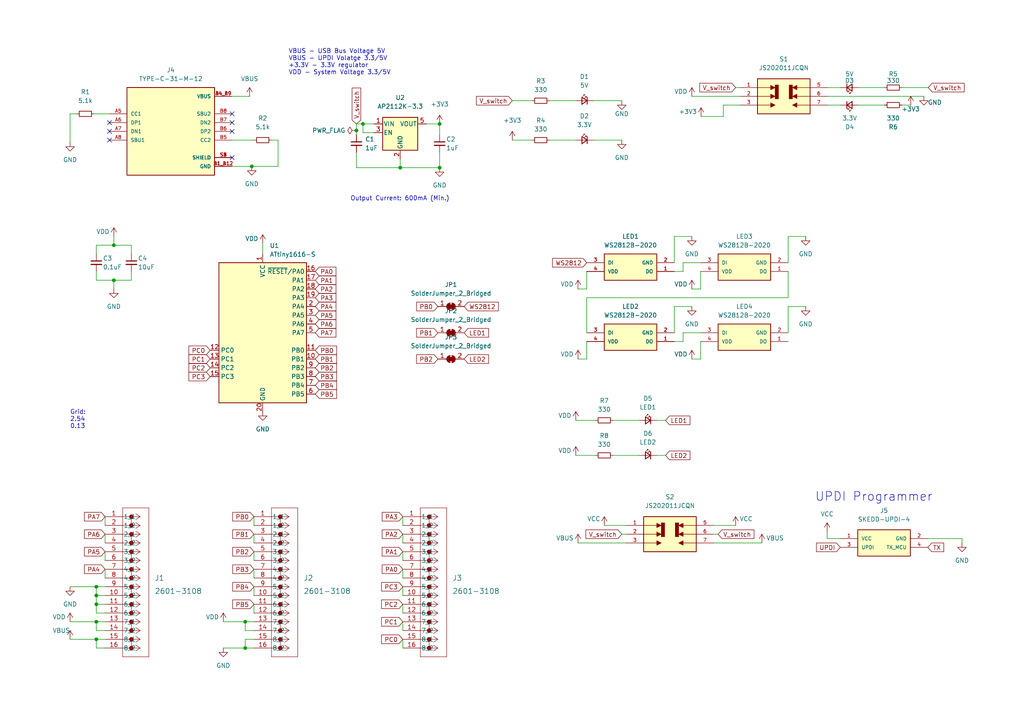
<source format=kicad_sch>
(kicad_sch (version 20211123) (generator eeschema)
  (paper "A4")
  (title_block (title "<<ID>>_<<project_name>>") (date "<<date>>") (rev "<<version>>") (comment 4 "<<hash>>"))
  (lib_symbols
    (symbol "Connector_custom:SKEDD-UPDI-4" (pin_names (offset 1.016))
      (property "Reference" "J" (at -7.62 6.35 0))
      (property "Value" "SKEDD-UPDI-4" (at -7.62 -5.08 0))
      (symbol "SKEDD-UPDI-4_0_0"
        (pin passive line (at -12.7 2.54 0) (length 5.08) (name "VCC") (number "1"))
        (pin passive line (at 12.7 2.54 180) (length 5.08) (name "GND") (number "2"))
        (pin passive line (at -12.7 0 0) (length 5.08) (name "UPDI") (number "3"))
        (pin passive line (at 12.7 0 180) (length 5.08) (name "TX_MCU") (number "4"))
      )
    )
    (symbol "Device:C_Small" (pin_numbers hide) (pin_names (offset 0.254) hide)
      (property "Reference" "C" (at 0.254 1.778 0))
      (property "Value" "C_Small" (at 0.254 -2.032 0))
      (symbol "C_Small_1_1"
        (pin passive line (at 0 2.54 270) (length 2.032) (name "~") (number "1"))
        (pin passive line (at 0 -2.54 90) (length 2.032) (name "~") (number "2"))
      )
    )
    (symbol "Device:LED_Small" (pin_numbers hide) (pin_names (offset 0.254) hide)
      (property "Reference" "D" (at -1.27 3.175 0))
      (property "Value" "LED_Small" (at -4.445 -2.54 0))
      (symbol "LED_Small_1_1"
        (pin passive line (at -2.54 0 0) (length 1.778) (name "K") (number "1"))
        (pin passive line (at 2.54 0 180) (length 1.778) (name "A") (number "2"))
      )
    )
    (symbol "Device:R_Small" (pin_numbers hide) (pin_names (offset 0.254) hide)
      (property "Reference" "R" (at 0.762 0.508 0))
      (property "Value" "R_Small" (at 0.762 -1.016 0))
      (symbol "R_Small_1_1"
        (pin passive line (at 0 2.54 270) (length 0.762) (name "~") (number "1"))
        (pin passive line (at 0 -2.54 90) (length 0.762) (name "~") (number "2"))
      )
    )
    (symbol "Jumper:SolderJumper_2_Bridged" (pin_names (offset 0) hide)
      (property "Reference" "JP" (at 0 2.032 0))
      (property "Value" "SolderJumper_2_Bridged" (at 0 -2.54 0))
      (symbol "SolderJumper_2_Bridged_1_1"
        (pin passive line (at -3.81 0 0) (length 2.54) (name "A") (number "1"))
        (pin passive line (at 3.81 0 180) (length 2.54) (name "B") (number "2"))
      )
    )
    (symbol "MCU_Microchip_ATtiny:ATtiny1616-S"
      (property "Reference" "U" (at -12.7 21.59 0))
      (property "Value" "ATtiny1616-S" (at 2.54 -21.59 0))
      (symbol "ATtiny1616-S_1_1"
        (pin power_in line (at 0 22.86 270) (length 2.54) (name "VCC") (number "1"))
        (pin bidirectional line (at 15.24 -7.62 180) (length 2.54) (name "PB1") (number "10"))
        (pin bidirectional line (at 15.24 -5.08 180) (length 2.54) (name "PB0") (number "11"))
        (pin bidirectional line (at -15.24 -5.08 0) (length 2.54) (name "PC0") (number "12"))
        (pin bidirectional line (at -15.24 -7.62 0) (length 2.54) (name "PC1") (number "13"))
        (pin bidirectional line (at -15.24 -10.16 0) (length 2.54) (name "PC2") (number "14"))
        (pin bidirectional line (at -15.24 -12.7 0) (length 2.54) (name "PC3") (number "15"))
        (pin bidirectional line (at 15.24 17.78 180) (length 2.54) (name "~{RESET}/PA0") (number "16"))
        (pin bidirectional line (at 15.24 15.24 180) (length 2.54) (name "PA1") (number "17"))
        (pin bidirectional line (at 15.24 12.7 180) (length 2.54) (name "PA2") (number "18"))
        (pin bidirectional line (at 15.24 10.16 180) (length 2.54) (name "PA3") (number "19"))
        (pin bidirectional line (at 15.24 7.62 180) (length 2.54) (name "PA4") (number "2"))
        (pin power_in line (at 0 -22.86 90) (length 2.54) (name "GND") (number "20"))
        (pin bidirectional line (at 15.24 5.08 180) (length 2.54) (name "PA5") (number "3"))
        (pin bidirectional line (at 15.24 2.54 180) (length 2.54) (name "PA6") (number "4"))
        (pin bidirectional line (at 15.24 0 180) (length 2.54) (name "PA7") (number "5"))
        (pin bidirectional line (at 15.24 -17.78 180) (length 2.54) (name "PB5") (number "6"))
        (pin bidirectional line (at 15.24 -15.24 180) (length 2.54) (name "PB4") (number "7"))
        (pin bidirectional line (at 15.24 -12.7 180) (length 2.54) (name "PB3") (number "8"))
        (pin bidirectional line (at 15.24 -10.16 180) (length 2.54) (name "PB2") (number "9"))
      )
    )
    (symbol "Regulator_Linear:AP2112K-3.3" (pin_names (offset 0.254))
      (property "Reference" "U" (at -5.08 5.715 0))
      (property "Value" "AP2112K-3.3" (at 0 5.715 0))
      (symbol "AP2112K-3.3_1_1"
        (pin power_in line (at -7.62 2.54 0) (length 2.54) (name "VIN") (number "1"))
        (pin power_in line (at 0 -7.62 90) (length 2.54) (name "GND") (number "2"))
        (pin input line (at -7.62 0 0) (length 2.54) (name "EN") (number "3"))
        (pin no_connect line (at 5.08 0 180) (length 2.54) hide (name "NC") (number "4"))
        (pin power_out line (at 7.62 2.54 180) (length 2.54) (name "VOUT") (number "5"))
      )
    )
    (symbol "Snapeda:2601-3108" (pin_names (offset 0.254))
      (property "Reference" "J" (at 8.89 6.35 0))
      (property "Value" "2601-3108" (at 0 0 0))
      (symbol "2601-3108_1_1"
        (pin unspecified line (at 0 0 0) (length 5.08) (name "1_1") (number "1"))
        (pin unspecified line (at 0 -22.86 0) (length 5.08) (name "5_2") (number "10"))
        (pin unspecified line (at 0 -25.4 0) (length 5.08) (name "6_1") (number "11"))
        (pin unspecified line (at 0 -27.94 0) (length 5.08) (name "6_2") (number "12"))
        (pin unspecified line (at 0 -30.48 0) (length 5.08) (name "7_1") (number "13"))
        (pin unspecified line (at 0 -33.02 0) (length 5.08) (name "7_2") (number "14"))
        (pin unspecified line (at 0 -35.56 0) (length 5.08) (name "8_1") (number "15"))
        (pin unspecified line (at 0 -38.1 0) (length 5.08) (name "8_2") (number "16"))
        (pin unspecified line (at 0 -2.54 0) (length 5.08) (name "1_2") (number "2"))
        (pin unspecified line (at 0 -5.08 0) (length 5.08) (name "2_1") (number "3"))
        (pin unspecified line (at 0 -7.62 0) (length 5.08) (name "2_2") (number "4"))
        (pin unspecified line (at 0 -10.16 0) (length 5.08) (name "3_1") (number "5"))
        (pin unspecified line (at 0 -12.7 0) (length 5.08) (name "3_2") (number "6"))
        (pin unspecified line (at 0 -15.24 0) (length 5.08) (name "4_1") (number "7"))
        (pin unspecified line (at 0 -17.78 0) (length 5.08) (name "4_2") (number "8"))
        (pin unspecified line (at 0 -20.32 0) (length 5.08) (name "5_1") (number "9"))
      )
      (symbol "2601-3108_1_2"
        (pin unspecified line (at 0 0 0) (length 5.08) (name "1_1") (number "1"))
        (pin unspecified line (at 0 -22.86 0) (length 5.08) (name "5_2") (number "10"))
        (pin unspecified line (at 0 -25.4 0) (length 5.08) (name "6_1") (number "11"))
        (pin unspecified line (at 0 -27.94 0) (length 5.08) (name "6_2") (number "12"))
        (pin unspecified line (at 0 -30.48 0) (length 5.08) (name "7_1") (number "13"))
        (pin unspecified line (at 0 -33.02 0) (length 5.08) (name "7_2") (number "14"))
        (pin unspecified line (at 0 -35.56 0) (length 5.08) (name "8_1") (number "15"))
        (pin unspecified line (at 0 -38.1 0) (length 5.08) (name "8_2") (number "16"))
        (pin unspecified line (at 0 -2.54 0) (length 5.08) (name "1_2") (number "2"))
        (pin unspecified line (at 0 -5.08 0) (length 5.08) (name "2_1") (number "3"))
        (pin unspecified line (at 0 -7.62 0) (length 5.08) (name "2_2") (number "4"))
        (pin unspecified line (at 0 -10.16 0) (length 5.08) (name "3_1") (number "5"))
        (pin unspecified line (at 0 -12.7 0) (length 5.08) (name "3_2") (number "6"))
        (pin unspecified line (at 0 -15.24 0) (length 5.08) (name "4_1") (number "7"))
        (pin unspecified line (at 0 -17.78 0) (length 5.08) (name "4_2") (number "8"))
        (pin unspecified line (at 0 -20.32 0) (length 5.08) (name "5_1") (number "9"))
      )
    )
    (symbol "Snapeda:JS202011JCQN" (pin_names (offset 1.016))
      (property "Reference" "S" (at -7.62 6.35 0))
      (property "Value" "JS202011JCQN" (at -7.62 -6.35 0))
      (symbol "JS202011JCQN_0_0"
        (pin passive line (at -12.7 2.54 0) (length 5.08) (name "~") (number "1"))
        (pin passive line (at -12.7 0 0) (length 5.08) (name "~") (number "2"))
        (pin passive line (at -12.7 -2.54 0) (length 5.08) (name "~") (number "3"))
        (pin passive line (at 12.7 2.54 180) (length 5.08) (name "~") (number "5"))
        (pin passive line (at 12.7 0 180) (length 5.08) (name "~") (number "6"))
        (pin passive line (at 12.7 -2.54 180) (length 5.08) (name "~") (number "7"))
      )
    )
    (symbol "Snapeda:TYPE-C-31-M-12" (pin_names (offset 1.016))
      (property "Reference" "J" (at -12.7 13.462 0))
      (property "Value" "TYPE-C-31-M-12" (at -12.7 -13.462 0))
      (symbol "TYPE-C-31-M-12_0_0"
        (pin power_in line (at 17.78 -10.16 180) (length 5.08) (name "GND") (number "A1_B12"))
        (pin power_in line (at 17.78 10.16 180) (length 5.08) (name "VBUS") (number "A4_B9"))
        (pin bidirectional line (at -17.78 5.08 0) (length 5.08) (name "CC1") (number "A5"))
        (pin bidirectional line (at -17.78 2.54 0) (length 5.08) (name "DP1") (number "A6"))
        (pin bidirectional line (at -17.78 0 0) (length 5.08) (name "DN1") (number "A7"))
        (pin bidirectional line (at -17.78 -2.54 0) (length 5.08) (name "SBU1") (number "A8"))
        (pin power_in line (at 17.78 -10.16 180) (length 5.08) (name "GND") (number "B1_A12"))
        (pin power_in line (at 17.78 10.16 180) (length 5.08) (name "VBUS") (number "B4_A9"))
        (pin bidirectional line (at 17.78 -2.54 180) (length 5.08) (name "CC2") (number "B5"))
        (pin bidirectional line (at 17.78 0 180) (length 5.08) (name "DP2") (number "B6"))
        (pin bidirectional line (at 17.78 2.54 180) (length 5.08) (name "DN2") (number "B7"))
        (pin bidirectional line (at 17.78 5.08 180) (length 5.08) (name "SBU2") (number "B8"))
        (pin passive line (at 17.78 -7.62 180) (length 5.08) (name "SHIELD") (number "S1"))
        (pin passive line (at 17.78 -7.62 180) (length 5.08) (name "SHIELD") (number "S2"))
        (pin passive line (at 17.78 -7.62 180) (length 5.08) (name "SHIELD") (number "S3"))
        (pin passive line (at 17.78 -7.62 180) (length 5.08) (name "SHIELD") (number "S4"))
      )
    )
    (symbol "Snapeda:WS2812B-2020" (pin_names (offset 1.016))
      (property "Reference" "LED" (at 21.59 7.62 0))
      (property "Value" "WS2812B-2020" (at 21.59 5.08 0))
      (symbol "WS2812B-2020_0_0"
        (pin bidirectional line (at 25.4 -2.54 180) (length 5.08) (name "DO") (number "1"))
        (pin bidirectional line (at 25.4 0 180) (length 5.08) (name "GND") (number "2"))
        (pin bidirectional line (at 0 0 0) (length 5.08) (name "DI") (number "3"))
        (pin bidirectional line (at 0 -2.54 0) (length 5.08) (name "VDD") (number "4"))
      )
    )
    (symbol "WS2812B-2020_1" (pin_names (offset 1.016))
      (property "Reference" "LED" (at 21.59 7.62 0))
      (property "Value" "WS2812B-2020_1" (at 21.59 5.08 0))
      (symbol "WS2812B-2020_1_0_0"
        (pin bidirectional line (at 25.4 -2.54 180) (length 5.08) (name "DO") (number "1"))
        (pin bidirectional line (at 25.4 0 180) (length 5.08) (name "GND") (number "2"))
        (pin bidirectional line (at 0 0 0) (length 5.08) (name "DI") (number "3"))
        (pin bidirectional line (at 0 -2.54 0) (length 5.08) (name "VDD") (number "4"))
      )
    )
    (symbol "WS2812B-2020_2" (pin_names (offset 1.016))
      (property "Reference" "LED" (at 21.59 7.62 0))
      (property "Value" "WS2812B-2020_2" (at 21.59 5.08 0))
      (symbol "WS2812B-2020_2_0_0"
        (pin bidirectional line (at 25.4 -2.54 180) (length 5.08) (name "DO") (number "1"))
        (pin bidirectional line (at 25.4 0 180) (length 5.08) (name "GND") (number "2"))
        (pin bidirectional line (at 0 0 0) (length 5.08) (name "DI") (number "3"))
        (pin bidirectional line (at 0 -2.54 0) (length 5.08) (name "VDD") (number "4"))
      )
    )
    (symbol "WS2812B-2020_3" (pin_names (offset 1.016))
      (property "Reference" "LED" (at 21.59 7.62 0))
      (property "Value" "WS2812B-2020_3" (at 21.59 5.08 0))
      (symbol "WS2812B-2020_3_0_0"
        (pin bidirectional line (at 25.4 -2.54 180) (length 5.08) (name "DO") (number "1"))
        (pin bidirectional line (at 25.4 0 180) (length 5.08) (name "GND") (number "2"))
        (pin bidirectional line (at 0 0 0) (length 5.08) (name "DI") (number "3"))
        (pin bidirectional line (at 0 -2.54 0) (length 5.08) (name "VDD") (number "4"))
      )
    )
    (symbol "power:+3V3" (power) (pin_names (offset 0))
      (property "Value" "+3V3" (at 0 3.556 0))
      (symbol "+3V3_1_1"
        (pin power_in line (at 0 0 90) (length 0) hide (name "+3V3") (number "1"))
      )
    )
    (symbol "power:GND" (power) (pin_names (offset 0))
      (property "Value" "GND" (at 0 -3.81 0))
      (symbol "GND_1_1"
        (pin power_in line (at 0 0 270) (length 0) hide (name "GND") (number "1"))
      )
    )
    (symbol "power:PWR_FLAG" (power) (pin_numbers hide) (pin_names (offset 0) hide)
      (property "Value" "PWR_FLAG" (at 0 3.81 0))
      (symbol "PWR_FLAG_0_0"
        (pin power_out line (at 0 0 90) (length 0) (name "pwr") (number "1"))
      )
    )
    (symbol "power:VBUS" (power) (pin_names (offset 0))
      (property "Value" "VBUS" (at 0 3.81 0))
      (symbol "VBUS_1_1"
        (pin power_in line (at 0 0 90) (length 0) hide (name "VBUS") (number "1"))
      )
    )
    (symbol "power:VCC" (power) (pin_names (offset 0))
      (property "Value" "VCC" (at 0 3.81 0))
      (symbol "VCC_1_1"
        (pin power_in line (at 0 0 90) (length 0) hide (name "VCC") (number "1"))
      )
    )
    (symbol "power:VDD" (power) (pin_names (offset 0))
      (property "Value" "VDD" (at 0 3.81 0))
      (symbol "VDD_1_1"
        (pin power_in line (at 0 0 90) (length 0) hide (name "VDD") (number "1"))
      )
    )
  )
  (junction (at 71.12 180.34))
  (junction (at 27.94 170.18))
  (junction (at 27.94 172.72))
  (junction (at 33.02 71.12))
  (junction (at 103.378 37.846))
  (junction (at 27.94 185.42))
  (junction (at 27.94 175.26))
  (junction (at 127.508 48.641))
  (junction (at 116.078 48.641))
  (junction (at 105.283 35.941))
  (junction (at 33.02 81.28))
  (junction (at 127.508 35.941))
  (junction (at 27.94 180.34))
  (junction (at 71.12 187.96))
  (junction (at 73.025 48.26))
  (no_connect (at 67.31 45.72))
  (no_connect (at 31.75 35.56))
  (no_connect (at 31.75 40.64))
  (no_connect (at 67.31 35.56))
  (no_connect (at 31.75 38.1))
  (no_connect (at 67.31 38.1))
  (no_connect (at 67.31 33.02))
  (wire (pts (xy 170.18 104.14) (xy 170.18 99.06)))
  (wire (pts (xy 167.005 121.92) (xy 172.72 121.92)))
  (wire (pts (xy 116.84 185.42) (xy 116.84 187.96)))
  (wire (pts (xy 148.59 40.64) (xy 154.305 40.64)))
  (wire (pts (xy 207.01 152.4) (xy 213.36 152.4)))
  (wire (pts (xy 20.32 170.18) (xy 27.94 170.18)))
  (wire (pts (xy 71.12 180.34) (xy 73.66 180.34)))
  (wire (pts (xy 198.12 99.06) (xy 198.12 96.52)))
  (wire (pts (xy 33.02 83.82) (xy 33.02 81.28)))
  (wire (pts (xy 27.94 175.26) (xy 27.94 177.8)))
  (wire (pts (xy 209.804 30.48) (xy 209.804 33.782)))
  (wire (pts (xy 208.28 154.94) (xy 207.01 154.94)))
  (wire (pts (xy 71.12 182.88) (xy 71.12 180.34)))
  (wire (pts (xy 73.66 175.26) (xy 73.66 177.8)))
  (wire (pts (xy 214.63 30.48) (xy 209.804 30.48)))
  (wire (pts (xy 80.645 40.64) (xy 80.645 48.26)))
  (wire (pts (xy 33.02 71.12) (xy 33.02 68.58)))
  (wire (pts (xy 200.66 68.58) (xy 195.58 68.58)))
  (wire (pts (xy 38.1 78.74) (xy 38.1 81.28)))
  (wire (pts (xy 67.31 40.64) (xy 73.66 40.64)))
  (wire (pts (xy 228.6 86.36) (xy 170.18 86.36)))
  (wire (pts (xy 80.645 48.26) (xy 73.025 48.26)))
  (wire (pts (xy 159.385 40.64) (xy 167.005 40.64)))
  (wire (pts (xy 103.378 35.941) (xy 105.283 35.941)))
  (wire (pts (xy 20.32 180.34) (xy 27.94 180.34)))
  (wire (pts (xy 200.66 104.14) (xy 203.2 104.14)))
  (wire (pts (xy 27.94 73.66) (xy 27.94 71.12)))
  (wire (pts (xy 248.92 25.4) (xy 256.54 25.4)))
  (wire (pts (xy 116.84 165.1) (xy 116.84 167.64)))
  (wire (pts (xy 67.31 27.94) (xy 72.39 27.94)))
  (wire (pts (xy 180.34 154.94) (xy 181.61 154.94)))
  (wire (pts (xy 198.12 78.74) (xy 198.12 76.2)))
  (wire (pts (xy 27.94 71.12) (xy 33.02 71.12)))
  (wire (pts (xy 233.68 88.9) (xy 228.6 88.9)))
  (wire (pts (xy 172.085 29.21) (xy 180.34 29.21)))
  (wire (pts (xy 116.84 149.86) (xy 116.84 152.4)))
  (wire (pts (xy 33.02 81.28) (xy 27.94 81.28)))
  (wire (pts (xy 195.58 88.9) (xy 195.58 96.52)))
  (wire (pts (xy 64.77 180.34) (xy 71.12 180.34)))
  (wire (pts (xy 73.66 170.18) (xy 73.66 172.72)))
  (wire (pts (xy 38.1 73.66) (xy 38.1 71.12)))
  (wire (pts (xy 116.078 48.641) (xy 127.508 48.641)))
  (wire (pts (xy 108.458 38.481) (xy 105.283 38.481)))
  (wire (pts (xy 73.66 165.1) (xy 73.66 167.64)))
  (wire (pts (xy 116.078 46.101) (xy 116.078 48.641)))
  (wire (pts (xy 27.94 182.88) (xy 27.94 180.34)))
  (wire (pts (xy 103.378 35.941) (xy 103.378 37.846)))
  (wire (pts (xy 167.64 104.14) (xy 170.18 104.14)))
  (wire (pts (xy 181.61 152.4) (xy 175.26 152.4)))
  (wire (pts (xy 76.2 70.612) (xy 76.2 73.66)))
  (wire (pts (xy 200.66 27.94) (xy 214.63 27.94)))
  (wire (pts (xy 30.48 187.96) (xy 27.94 187.96)))
  (wire (pts (xy 116.84 175.26) (xy 116.84 177.8)))
  (wire (pts (xy 170.18 86.36) (xy 170.18 96.52)))
  (wire (pts (xy 73.66 154.94) (xy 73.66 157.48)))
  (wire (pts (xy 248.92 30.48) (xy 256.54 30.48)))
  (wire (pts (xy 167.64 83.82) (xy 170.18 83.82)))
  (wire (pts (xy 228.6 88.9) (xy 228.6 96.52)))
  (wire (pts (xy 127.508 35.941) (xy 127.508 39.116)))
  (wire (pts (xy 27.94 185.42) (xy 30.48 185.42)))
  (wire (pts (xy 30.48 154.94) (xy 30.48 157.48)))
  (wire (pts (xy 30.48 170.18) (xy 27.94 170.18)))
  (wire (pts (xy 116.84 180.34) (xy 116.84 182.88)))
  (wire (pts (xy 200.66 88.9) (xy 195.58 88.9)))
  (wire (pts (xy 27.94 187.96) (xy 27.94 185.42)))
  (wire (pts (xy 214.63 25.4) (xy 213.36 25.4)))
  (wire (pts (xy 30.48 165.1) (xy 30.48 167.64)))
  (wire (pts (xy 127.508 44.196) (xy 127.508 48.641)))
  (wire (pts (xy 203.2 83.82) (xy 203.2 78.74)))
  (wire (pts (xy 105.283 35.941) (xy 108.458 35.941)))
  (wire (pts (xy 27.94 170.18) (xy 27.94 172.72)))
  (wire (pts (xy 220.98 157.48) (xy 207.01 157.48)))
  (wire (pts (xy 103.378 44.196) (xy 103.378 48.641)))
  (wire (pts (xy 30.48 175.26) (xy 27.94 175.26)))
  (wire (pts (xy 27.94 177.8) (xy 30.48 177.8)))
  (wire (pts (xy 279.019 156.21) (xy 269.113 156.21)))
  (wire (pts (xy 73.025 48.26) (xy 67.31 48.26)))
  (wire (pts (xy 177.8 132.08) (xy 185.42 132.08)))
  (wire (pts (xy 64.77 187.96) (xy 71.12 187.96)))
  (wire (pts (xy 116.84 170.18) (xy 116.84 172.72)))
  (wire (pts (xy 30.48 149.86) (xy 30.48 152.4)))
  (wire (pts (xy 279.019 157.48) (xy 279.019 156.21)))
  (wire (pts (xy 27.94 81.28) (xy 27.94 78.74)))
  (wire (pts (xy 116.84 154.94) (xy 116.84 157.48)))
  (wire (pts (xy 261.62 25.4) (xy 269.24 25.4)))
  (wire (pts (xy 73.66 185.42) (xy 71.12 185.42)))
  (wire (pts (xy 172.085 40.64) (xy 180.34 40.64)))
  (wire (pts (xy 27.94 172.72) (xy 27.94 175.26)))
  (wire (pts (xy 167.64 157.48) (xy 181.61 157.48)))
  (wire (pts (xy 195.58 68.58) (xy 195.58 76.2)))
  (wire (pts (xy 33.02 81.28) (xy 38.1 81.28)))
  (wire (pts (xy 190.5 121.92) (xy 193.04 121.92)))
  (wire (pts (xy 198.12 96.52) (xy 203.2 96.52)))
  (wire (pts (xy 103.378 37.846) (xy 103.378 39.116)))
  (wire (pts (xy 27.305 33.02) (xy 31.75 33.02)))
  (wire (pts (xy 159.385 29.21) (xy 167.005 29.21)))
  (wire (pts (xy 30.48 180.34) (xy 27.94 180.34)))
  (wire (pts (xy 116.84 160.02) (xy 116.84 162.56)))
  (wire (pts (xy 167.005 132.08) (xy 172.72 132.08)))
  (wire (pts (xy 103.378 48.641) (xy 116.078 48.641)))
  (wire (pts (xy 170.18 83.82) (xy 170.18 78.74)))
  (wire (pts (xy 203.2 104.14) (xy 203.2 99.06)))
  (wire (pts (xy 73.66 160.02) (xy 73.66 162.56)))
  (wire (pts (xy 30.48 160.02) (xy 30.48 162.56)))
  (wire (pts (xy 71.12 187.96) (xy 73.66 187.96)))
  (wire (pts (xy 33.02 71.12) (xy 38.1 71.12)))
  (wire (pts (xy 20.32 185.42) (xy 27.94 185.42)))
  (wire (pts (xy 228.6 68.58) (xy 228.6 76.2)))
  (wire (pts (xy 71.12 185.42) (xy 71.12 187.96)))
  (wire (pts (xy 73.66 182.88) (xy 71.12 182.88)))
  (wire (pts (xy 78.74 40.64) (xy 80.645 40.64)))
  (wire (pts (xy 240.03 30.48) (xy 243.84 30.48)))
  (wire (pts (xy 123.698 35.941) (xy 127.508 35.941)))
  (wire (pts (xy 198.12 76.2) (xy 203.2 76.2)))
  (wire (pts (xy 20.32 33.02) (xy 22.225 33.02)))
  (wire (pts (xy 195.58 78.74) (xy 198.12 78.74)))
  (wire (pts (xy 239.903 156.21) (xy 243.713 156.21)))
  (wire (pts (xy 195.58 99.06) (xy 198.12 99.06)))
  (wire (pts (xy 261.62 30.48) (xy 264.16 30.48)))
  (wire (pts (xy 148.59 29.21) (xy 154.305 29.21)))
  (wire (pts (xy 233.68 68.58) (xy 228.6 68.58)))
  (wire (pts (xy 73.66 149.86) (xy 73.66 152.4)))
  (wire (pts (xy 177.8 121.92) (xy 185.42 121.92)))
  (wire (pts (xy 190.5 132.08) (xy 193.04 132.08)))
  (wire (pts (xy 240.03 27.94) (xy 267.97 27.94)))
  (wire (pts (xy 200.66 83.82) (xy 203.2 83.82)))
  (wire (pts (xy 228.6 78.74) (xy 228.6 86.36)))
  (wire (pts (xy 20.32 41.275) (xy 20.32 33.02)))
  (wire (pts (xy 30.48 172.72) (xy 27.94 172.72)))
  (wire (pts (xy 239.903 154.178) (xy 239.903 156.21)))
  (wire (pts (xy 209.804 33.782) (xy 203.327 33.782)))
  (wire (pts (xy 105.283 38.481) (xy 105.283 35.941)))
  (wire (pts (xy 30.48 182.88) (xy 27.94 182.88)))
  (wire (pts (xy 240.03 25.4) (xy 243.84 25.4)))
  (text "VBUS - USB Bus Voltage 5V\nVBUS - UPDI Volatge 3.3/5V\n+3.3V - 3.3V regulator\nVDD - System Voltage 3.3/5V" (at 83.693 21.844 0) (effects (font (size 1.27 1.27)) (justify left bottom)))
  (text "Output Current: 600mA (Min.)" (at 101.6 58.42 0) (effects (font (size 1.27 1.27)) (justify left bottom)))
  (text "Grid:\n2.54\n0.13" (at 20.32 124.46 0) (effects (font (size 1.27 1.27)) (justify left bottom)))
  (text "UPDI Programmer" (at 236.347 145.669 0) (effects (font (size 2.54 2.54)) (justify left bottom)))
  (global_label "PA2" (shape input) (at 116.84 154.94 180) (property "Referenzen zwischen Schaltplänen" "${INTERSHEET_REFS}" (effects hide)))
  (global_label "PA4" (shape input) (at 30.48 165.1 180) (property "Referenzen zwischen Schaltplänen" "${INTERSHEET_REFS}" (effects hide)))
  (global_label "LED1" (shape input) (at 134.62 96.52 0) (property "Referenzen zwischen Schaltplänen" "${INTERSHEET_REFS}" (effects hide)))
  (global_label "PB3" (shape input) (at 91.44 109.22 0) (property "Referenzen zwischen Schaltplänen" "${INTERSHEET_REFS}" (effects hide)))
  (global_label "PC1" (shape input) (at 60.96 104.14 180) (property "Referenzen zwischen Schaltplänen" "${INTERSHEET_REFS}" (effects hide)))
  (global_label "PC0" (shape input) (at 116.84 185.42 180) (property "Referenzen zwischen Schaltplänen" "${INTERSHEET_REFS}" (effects hide)))
  (global_label "V_switch" (shape input) (at 180.34 154.94 180) (property "Referenzen zwischen Schaltplänen" "${INTERSHEET_REFS}" (effects hide)))
  (global_label "PA3" (shape input) (at 91.44 86.36 0) (property "Referenzen zwischen Schaltplänen" "${INTERSHEET_REFS}" (effects hide)))
  (global_label "PB5" (shape input) (at 73.66 175.26 180) (property "Referenzen zwischen Schaltplänen" "${INTERSHEET_REFS}" (effects hide)))
  (global_label "WS2812" (shape input) (at 134.62 88.9 0) (property "Referenzen zwischen Schaltplänen" "${INTERSHEET_REFS}" (effects hide)))
  (global_label "PA7" (shape input) (at 91.44 96.52 0) (property "Referenzen zwischen Schaltplänen" "${INTERSHEET_REFS}" (effects hide)))
  (global_label "PC3" (shape input) (at 60.96 109.22 180) (property "Referenzen zwischen Schaltplänen" "${INTERSHEET_REFS}" (effects hide)))
  (global_label "PA0" (shape input) (at 116.84 165.1 180) (property "Referenzen zwischen Schaltplänen" "${INTERSHEET_REFS}" (effects hide)))
  (global_label "PA1" (shape input) (at 116.84 160.02 180) (property "Referenzen zwischen Schaltplänen" "${INTERSHEET_REFS}" (effects hide)))
  (global_label "PB0" (shape input) (at 127 88.9 180) (property "Referenzen zwischen Schaltplänen" "${INTERSHEET_REFS}" (effects hide)))
  (global_label "PB4" (shape input) (at 91.44 111.76 0) (property "Referenzen zwischen Schaltplänen" "${INTERSHEET_REFS}" (effects hide)))
  (global_label "PA6" (shape input) (at 30.48 154.94 180) (property "Referenzen zwischen Schaltplänen" "${INTERSHEET_REFS}" (effects hide)))
  (global_label "PA1" (shape input) (at 91.44 81.28 0) (property "Referenzen zwischen Schaltplänen" "${INTERSHEET_REFS}" (effects hide)))
  (global_label "PA2" (shape input) (at 91.44 83.82 0) (property "Referenzen zwischen Schaltplänen" "${INTERSHEET_REFS}" (effects hide)))
  (global_label "PB1" (shape input) (at 91.44 104.14 0) (property "Referenzen zwischen Schaltplänen" "${INTERSHEET_REFS}" (effects hide)))
  (global_label "PC0" (shape input) (at 60.96 101.6 180) (property "Referenzen zwischen Schaltplänen" "${INTERSHEET_REFS}" (effects hide)))
  (global_label "PA0" (shape input) (at 91.44 78.74 0) (property "Referenzen zwischen Schaltplänen" "${INTERSHEET_REFS}" (effects hide)))
  (global_label "PC2" (shape input) (at 60.96 106.68 180) (property "Referenzen zwischen Schaltplänen" "${INTERSHEET_REFS}" (effects hide)))
  (global_label "PA5" (shape input) (at 91.44 91.44 0) (property "Referenzen zwischen Schaltplänen" "${INTERSHEET_REFS}" (effects hide)))
  (global_label "PB1" (shape input) (at 127 96.52 180) (property "Referenzen zwischen Schaltplänen" "${INTERSHEET_REFS}" (effects hide)))
  (global_label "PC2" (shape input) (at 116.84 175.26 180) (property "Referenzen zwischen Schaltplänen" "${INTERSHEET_REFS}" (effects hide)))
  (global_label "PC1" (shape input) (at 116.84 180.34 180) (property "Referenzen zwischen Schaltplänen" "${INTERSHEET_REFS}" (effects hide)))
  (global_label "PA5" (shape input) (at 30.48 160.02 180) (property "Referenzen zwischen Schaltplänen" "${INTERSHEET_REFS}" (effects hide)))
  (global_label "PB0" (shape input) (at 73.66 149.86 180) (property "Referenzen zwischen Schaltplänen" "${INTERSHEET_REFS}" (effects hide)))
  (global_label "LED2" (shape input) (at 134.62 104.14 0) (property "Referenzen zwischen Schaltplänen" "${INTERSHEET_REFS}" (effects hide)))
  (global_label "V_switch" (shape input) (at 213.36 25.4 180) (property "Referenzen zwischen Schaltplänen" "${INTERSHEET_REFS}" (effects hide)))
  (global_label "UPDI" (shape input) (at 243.713 158.75 180) (property "Referenzen zwischen Schaltplänen" "${INTERSHEET_REFS}" (effects hide)))
  (global_label "PC3" (shape input) (at 116.84 170.18 180) (property "Referenzen zwischen Schaltplänen" "${INTERSHEET_REFS}" (effects hide)))
  (global_label "V_switch" (shape input) (at 103.378 35.941 90) (property "Referenzen zwischen Schaltplänen" "${INTERSHEET_REFS}" (effects hide)))
  (global_label "PB4" (shape input) (at 73.66 170.18 180) (property "Referenzen zwischen Schaltplänen" "${INTERSHEET_REFS}" (effects hide)))
  (global_label "PA7" (shape input) (at 30.48 149.86 180) (property "Referenzen zwischen Schaltplänen" "${INTERSHEET_REFS}" (effects hide)))
  (global_label "LED1" (shape input) (at 193.04 121.92 0) (property "Referenzen zwischen Schaltplänen" "${INTERSHEET_REFS}" (effects hide)))
  (global_label "V_switch" (shape input) (at 208.28 154.94 0) (property "Referenzen zwischen Schaltplänen" "${INTERSHEET_REFS}" (effects hide)))
  (global_label "PB2" (shape input) (at 73.66 160.02 180) (property "Referenzen zwischen Schaltplänen" "${INTERSHEET_REFS}" (effects hide)))
  (global_label "V_switch" (shape input) (at 148.59 29.21 180) (property "Referenzen zwischen Schaltplänen" "${INTERSHEET_REFS}" (effects hide)))
  (global_label "PB5" (shape input) (at 91.44 114.3 0) (property "Referenzen zwischen Schaltplänen" "${INTERSHEET_REFS}" (effects hide)))
  (global_label "WS2812" (shape input) (at 170.18 76.2 180) (property "Referenzen zwischen Schaltplänen" "${INTERSHEET_REFS}" (effects hide)))
  (global_label "PA4" (shape input) (at 91.44 88.9 0) (property "Referenzen zwischen Schaltplänen" "${INTERSHEET_REFS}" (effects hide)))
  (global_label "PB2" (shape input) (at 127 104.14 180) (property "Referenzen zwischen Schaltplänen" "${INTERSHEET_REFS}" (effects hide)))
  (global_label "LED2" (shape input) (at 193.04 132.08 0) (property "Referenzen zwischen Schaltplänen" "${INTERSHEET_REFS}" (effects hide)))
  (global_label "PA6" (shape input) (at 91.44 93.98 0) (property "Referenzen zwischen Schaltplänen" "${INTERSHEET_REFS}" (effects hide)))
  (global_label "PB0" (shape input) (at 91.44 101.6 0) (property "Referenzen zwischen Schaltplänen" "${INTERSHEET_REFS}" (effects hide)))
  (global_label "PB2" (shape input) (at 91.44 106.68 0) (property "Referenzen zwischen Schaltplänen" "${INTERSHEET_REFS}" (effects hide)))
  (global_label "PB1" (shape input) (at 73.66 154.94 180) (property "Referenzen zwischen Schaltplänen" "${INTERSHEET_REFS}" (effects hide)))
  (global_label "PA3" (shape input) (at 116.84 149.86 180) (property "Referenzen zwischen Schaltplänen" "${INTERSHEET_REFS}" (effects hide)))
  (global_label "TX" (shape input) (at 269.113 158.75 0) (property "Referenzen zwischen Schaltplänen" "${INTERSHEET_REFS}" (effects hide)))
  (global_label "PB3" (shape input) (at 73.66 165.1 180) (property "Referenzen zwischen Schaltplänen" "${INTERSHEET_REFS}" (effects hide)))
  (global_label "V_switch" (shape input) (at 269.24 25.4 0) (property "Referenzen zwischen Schaltplänen" "${INTERSHEET_REFS}" (effects hide)))
  (symbol (lib_id "Snapeda:2601-3108") (at 73.66 149.86 0) (unit 1)
    (property "Reference" "J2" (at 88.011 167.64 0) (effects (font (size 1.524 1.524)) (justify left)))
    (property "Value" "2601-3108" (at 88.011 171.45 0) (effects (font (size 1.524 1.524)) (justify left)))
    (property "Footprint" "Snapeda:CONN8_2601-3108_WAG" (effects hide))
    (property "Datasheet" "2601-3108" (effects hide))
  )
  (symbol (lib_id "Snapeda:2601-3108") (at 30.48 149.86 0) (unit 1)
    (property "Reference" "J1" (at 44.831 167.64 0) (effects (font (size 1.524 1.524)) (justify left)))
    (property "Value" "2601-3108" (at 44.831 171.45 0) (effects (font (size 1.524 1.524)) (justify left)))
    (property "Footprint" "Snapeda:CONN8_2601-3108_WAG" (effects hide))
    (property "Datasheet" "2601-3108" (effects hide))
  )
  (symbol (lib_id "Device:R_Small") (at 156.845 40.64 90) (unit 1)
    (property "Reference" "R4" (at 156.845 34.925 90))
    (property "Value" "330" (at 156.845 37.465 90))
    (property "Footprint" "Resistor_SMD:R_0805_2012Metric" (effects hide))
  )
  (symbol (lib_id "power:GND") (at 233.68 68.58 0) (unit 1)
    (property "Reference" "#PWR0121" (effects hide))
    (property "Value" "GND" (at 233.68 73.66 0))
  )
  (symbol (lib_id "Jumper:SolderJumper_2_Bridged") (at 130.81 104.14 0) (unit 1)
    (property "Reference" "JP3" (at 130.81 97.79 0))
    (property "Value" "SolderJumper_2_Bridged" (at 130.81 100.33 0))
    (property "Footprint" "Jumper:SolderJumper-2_P1.3mm_Bridged_Pad1.0x1.5mm" (effects hide))
  )
  (symbol (lib_id "Snapeda:JS202011JCQN") (at 227.33 27.94 0) (unit 1)
    (property "Reference" "S1" (at 227.33 17.145 0))
    (property "Value" "JS202011JCQN" (at 227.33 19.685 0))
    (property "Footprint" "Snapeda:SW_JS202011JCQN" (effects hide))
    (property "MF" "C&K" (effects hide))
    (property "MAXIMUM_PACKAGE_HEIGHT" "5.6 mm" (effects hide))
    (property "Package" "DPDT-6 C&amp;K" (effects hide))
    (property "Price" "None" (effects hide))
    (property "Check_prices" "https://www.snapeda.com/parts/JS202011JCQN/C%2526K/view-part/?ref=eda" (effects hide))
    (property "STANDARD" "Manufacturer Recommendations" (effects hide))
    (property "PARTREV" "11 Nov 19" (effects hide))
    (property "SnapEDA_Link" "https://www.snapeda.com/parts/JS202011JCQN/C%2526K/view-part/?ref=snap" (effects hide))
    (property "MP" "JS202011JCQN" (effects hide))
    (property "Description" "\nSlide Switch DPDT Surface Mount\n" (effects hide))
    (property "Availability" "In Stock" (effects hide))
    (property "MANUFACTURER" "C&K" (effects hide))
  )
  (symbol (lib_id "Device:LED_Small") (at 187.96 132.08 0) (mirror y) (unit 1)
    (property "Reference" "D6" (at 187.8965 125.73 0))
    (property "Value" "LED2" (at 187.8965 128.27 0))
    (property "Footprint" "LED_SMD:LED_0805_2012Metric" (effects hide))
  )
  (symbol (lib_id "Device:R_Small") (at 24.765 33.02 90) (unit 1)
    (property "Reference" "R1" (at 24.765 26.67 90))
    (property "Value" "5.1k" (at 24.765 29.21 90))
    (property "Footprint" "Resistor_SMD:R_0805_2012Metric" (effects hide))
  )
  (symbol (lib_id "power:GND") (at 64.77 187.96 0) (unit 1)
    (property "Reference" "#PWR0126" (effects hide))
    (property "Value" "GND" (at 64.77 193.04 0))
  )
  (symbol (lib_id "Device:LED_Small") (at 187.96 121.92 0) (mirror y) (unit 1)
    (property "Reference" "D5" (at 187.8965 115.57 0))
    (property "Value" "LED1" (at 187.8965 118.11 0))
    (property "Footprint" "LED_SMD:LED_0805_2012Metric" (effects hide))
  )
  (symbol (lib_id "power:GND") (at 20.32 170.18 0) (unit 1)
    (property "Reference" "#PWR0128" (effects hide))
    (property "Value" "GND" (at 20.32 175.26 0))
  )
  (symbol (lib_id "Jumper:SolderJumper_2_Bridged") (at 130.81 96.52 0) (unit 1)
    (property "Reference" "JP2" (at 130.81 90.17 0))
    (property "Value" "SolderJumper_2_Bridged" (at 130.81 92.71 0))
    (property "Footprint" "Jumper:SolderJumper-2_P1.3mm_Bridged_Pad1.0x1.5mm" (effects hide))
  )
  (symbol (lib_id "power:GND") (at 33.02 83.82 0) (unit 1)
    (property "Reference" "#PWR0103" (effects hide))
    (property "Value" "GND" (at 33.02 88.9 0))
  )
  (symbol (lib_id "power:+3V3") (at 203.327 33.782 0) (mirror y) (unit 1)
    (property "Reference" "#PWR0104" (effects hide))
    (property "Value" "+3V3" (at 199.517 32.385 0))
  )
  (symbol (lib_id "power:GND") (at 233.68 88.9 0) (unit 1)
    (property "Reference" "#PWR0122" (effects hide))
    (property "Value" "GND" (at 233.68 93.98 0))
  )
  (symbol (lib_id "Device:R_Small") (at 175.26 121.92 90) (unit 1)
    (property "Reference" "R7" (at 175.26 116.205 90))
    (property "Value" "330" (at 175.26 118.745 90))
    (property "Footprint" "Resistor_SMD:R_0805_2012Metric" (effects hide))
  )
  (symbol (lib_id "power:GND") (at 73.025 48.26 0) (unit 1)
    (property "Reference" "#PWR0118" (effects hide))
    (property "Value" "GND" (at 73.025 53.34 0))
  )
  (symbol (lib_id "power:VDD") (at 167.005 132.08 0) (mirror y) (unit 1)
    (property "Reference" "#PWR0135" (effects hide))
    (property "Value" "VDD" (at 163.83 130.683 0))
  )
  (symbol (lib_id "Device:R_Small") (at 156.845 29.21 90) (unit 1)
    (property "Reference" "R3" (at 156.845 23.495 90))
    (property "Value" "330" (at 156.845 26.035 90))
    (property "Footprint" "Resistor_SMD:R_0805_2012Metric" (effects hide))
  )
  (symbol (lib_id "power:VBUS") (at 20.32 185.42 0) (unit 1)
    (property "Reference" "#PWR0130" (effects hide))
    (property "Value" "VBUS" (at 17.78 182.88 0))
  )
  (symbol (lib_id "power:VCC") (at 213.36 152.4 0) (mirror y) (unit 1)
    (property "Reference" "#PWR0106" (effects hide))
    (property "Value" "VCC" (at 216.408 150.495 0))
  )
  (symbol (lib_id "Device:C_Small") (at 103.378 41.656 0) (unit 1)
    (property "Reference" "C1" (at 105.918 40.386 0) (effects (justify left)))
    (property "Value" "1uF" (at 105.918 42.926 0) (effects (justify left)))
    (property "Footprint" "Capacitor_SMD:C_0805_2012Metric" (effects hide))
  )
  (symbol (lib_id "power:VBUS") (at 167.64 157.48 0) (mirror y) (unit 1)
    (property "Reference" "#PWR0138" (effects hide))
    (property "Value" "VBUS" (at 163.83 156.083 0))
  )
  (symbol (lib_id "power:GND") (at 76.2 119.38 0) (unit 1)
    (property "Reference" "#PWR0119" (effects hide))
    (property "Value" "GND" (at 76.2 124.46 0))
  )
  (symbol (lib_id "Device:LED_Small") (at 169.545 29.21 0) (mirror y) (unit 1)
    (property "Reference" "D1" (at 169.4815 22.225 0))
    (property "Value" "5V" (at 169.4815 24.765 0))
    (property "Footprint" "LED_SMD:LED_0805_2012Metric" (effects hide))
  )
  (symbol (lib_id "power:GND") (at 180.34 40.64 0) (unit 1)
    (property "Reference" "#PWR0117" (effects hide))
    (property "Value" "GND" (at 180.34 45.72 0))
  )
  (symbol (lib_id "Device:C_Small") (at 38.1 76.2 0) (unit 1)
    (property "Reference" "C4" (at 40.005 74.93 0) (effects (justify left)))
    (property "Value" "10uF" (at 40.005 77.47 0) (effects (justify left)))
    (property "Footprint" "Capacitor_SMD:C_0805_2012Metric" (effects hide))
  )
  (symbol (lib_id "power:VDD") (at 200.66 83.82 0) (mirror y) (unit 1)
    (property "Reference" "#PWR0125" (effects hide))
    (property "Value" "VDD" (at 197.485 82.423 0))
  )
  (symbol (lib_id "Snapeda:JS202011JCQN") (at 194.31 154.94 0) (unit 1)
    (property "Reference" "S2" (at 194.31 144.145 0))
    (property "Value" "JS202011JCQN" (at 194.31 146.685 0))
    (property "Footprint" "Snapeda:SW_JS202011JCQN" (effects hide))
    (property "MF" "C&K" (effects hide))
    (property "MAXIMUM_PACKAGE_HEIGHT" "5.6 mm" (effects hide))
    (property "Package" "DPDT-6 C&amp;K" (effects hide))
    (property "Price" "None" (effects hide))
    (property "Check_prices" "https://www.snapeda.com/parts/JS202011JCQN/C%2526K/view-part/?ref=eda" (effects hide))
    (property "STANDARD" "Manufacturer Recommendations" (effects hide))
    (property "PARTREV" "11 Nov 19" (effects hide))
    (property "SnapEDA_Link" "https://www.snapeda.com/parts/JS202011JCQN/C%2526K/view-part/?ref=snap" (effects hide))
    (property "MP" "JS202011JCQN" (effects hide))
    (property "Description" "\nSlide Switch DPDT Surface Mount\n" (effects hide))
    (property "Availability" "In Stock" (effects hide))
    (property "MANUFACTURER" "C&K" (effects hide))
  )
  (symbol (lib_id "Device:R_Small") (at 259.08 30.48 270) (unit 1)
    (property "Reference" "R6" (at 259.08 36.83 90))
    (property "Value" "330" (at 259.08 34.29 90))
    (property "Footprint" "Resistor_SMD:R_0805_2012Metric" (effects hide))
  )
  (symbol (lib_id "power:VCC") (at 175.26 152.4 0) (unit 1)
    (property "Reference" "#PWR0132" (effects hide))
    (property "Value" "VCC" (at 172.212 150.495 0))
  )
  (symbol (lib_name "WS2812B-2020_3") (lib_id "Snapeda:WS2812B-2020") (at 170.18 96.52 0) (unit 1)
    (property "Reference" "LED2" (at 182.88 88.9 0))
    (property "Value" "WS2812B-2020" (at 182.88 91.44 0))
    (property "Footprint" "Snapeda:WS2812B2020" (effects hide))
    (property "MANUFACTURER_NAME" "Worldsemi" (effects hide))
    (property "MF" "WorldSemi" (effects hide))
    (property "DESCRIPTION" "LED; SMD; 2020; RGB; 2x2x0.84mm; 3.75.3V; Lens: transparent; 2kHz" (effects hide))
    (property "Price" "None" (effects hide))
    (property "Package" "None" (effects hide))
    (property "Check_prices" "https://www.snapeda.com/parts/WS2812B2020/Worldsemi/view-part/?ref=eda" (effects hide))
    (property "HEIGHT" "0.84mm" (effects hide))
    (property "MP" "WS2812B2020" (effects hide))
    (property "SnapEDA_Link" "https://www.snapeda.com/parts/WS2812B2020/Worldsemi/view-part/?ref=snap" (effects hide))
    (property "Description" "\nLED; SMD; 2020; RGB; 2x2x0.84mm; 3.7÷5.3V; Lens: transparent; 2kHz\n" (effects hide))
    (property "Availability" "Not in stock" (effects hide))
    (property "MANUFACTURER_PART_NUMBER" "WS2812B-2020" (effects hide))
  )
  (symbol (lib_id "power:VDD") (at 20.32 180.34 0) (mirror y) (unit 1)
    (property "Reference" "#PWR0129" (effects hide))
    (property "Value" "VDD" (at 17.145 178.943 0))
  )
  (symbol (lib_id "power:GND") (at 127.508 48.641 0) (unit 1)
    (property "Reference" "#PWR0113" (effects hide))
    (property "Value" "GND" (at 127.508 53.721 0))
  )
  (symbol (lib_id "power:+3V3") (at 127.508 35.941 0) (unit 1)
    (property "Reference" "#PWR0112" (effects hide))
    (property "Value" "+3V3" (at 127.508 30.226 0))
  )
  (symbol (lib_id "Connector_custom:SKEDD-UPDI-4") (at 256.413 158.75 0) (unit 1)
    (property "Reference" "J5" (at 256.413 148.082 0))
    (property "Value" "SKEDD-UPDI-4" (at 256.413 150.622 0))
    (property "Footprint" "Connector_custom:SKEDD-UPDI-4" (effects hide))
    (property "MP" "490107670412" (effects hide))
    (property "MANUFACTURER" "Wuerth Elektronik" (effects hide))
  )
  (symbol (lib_id "Jumper:SolderJumper_2_Bridged") (at 130.81 88.9 0) (unit 1)
    (property "Reference" "JP1" (at 130.81 82.55 0))
    (property "Value" "SolderJumper_2_Bridged" (at 130.81 85.09 0))
    (property "Footprint" "Jumper:SolderJumper-2_P1.3mm_Bridged_Pad1.0x1.5mm" (effects hide))
  )
  (symbol (lib_id "Device:C_Small") (at 27.94 76.2 0) (unit 1)
    (property "Reference" "C3" (at 29.845 74.93 0) (effects (justify left)))
    (property "Value" "0.1uF" (at 29.845 77.47 0) (effects (justify left)))
    (property "Footprint" "Capacitor_SMD:C_0805_2012Metric" (effects hide))
  )
  (symbol (lib_id "power:VDD") (at 167.64 83.82 0) (mirror y) (unit 1)
    (property "Reference" "#PWR0120" (effects hide))
    (property "Value" "VDD" (at 164.465 82.423 0))
  )
  (symbol (lib_name "WS2812B-2020_1") (lib_id "Snapeda:WS2812B-2020") (at 203.2 76.2 0) (unit 1)
    (property "Reference" "LED3" (at 215.9 68.58 0))
    (property "Value" "WS2812B-2020" (at 215.9 71.12 0))
    (property "Footprint" "Snapeda:WS2812B2020" (effects hide))
    (property "MANUFACTURER_NAME" "Worldsemi" (effects hide))
    (property "MF" "WorldSemi" (effects hide))
    (property "DESCRIPTION" "LED; SMD; 2020; RGB; 2x2x0.84mm; 3.75.3V; Lens: transparent; 2kHz" (effects hide))
    (property "Price" "None" (effects hide))
    (property "Package" "None" (effects hide))
    (property "Check_prices" "https://www.snapeda.com/parts/WS2812B2020/Worldsemi/view-part/?ref=eda" (effects hide))
    (property "HEIGHT" "0.84mm" (effects hide))
    (property "MP" "WS2812B2020" (effects hide))
    (property "SnapEDA_Link" "https://www.snapeda.com/parts/WS2812B2020/Worldsemi/view-part/?ref=snap" (effects hide))
    (property "Description" "\nLED; SMD; 2020; RGB; 2x2x0.84mm; 3.7÷5.3V; Lens: transparent; 2kHz\n" (effects hide))
    (property "Availability" "Not in stock" (effects hide))
    (property "MANUFACTURER_PART_NUMBER" "WS2812B-2020" (effects hide))
  )
  (symbol (lib_id "Device:R_Small") (at 175.26 132.08 90) (unit 1)
    (property "Reference" "R8" (at 175.26 126.365 90))
    (property "Value" "330" (at 175.26 128.905 90))
    (property "Footprint" "Resistor_SMD:R_0805_2012Metric" (effects hide))
  )
  (symbol (lib_id "Device:LED_Small") (at 169.545 40.64 0) (mirror y) (unit 1)
    (property "Reference" "D2" (at 169.4815 33.655 0))
    (property "Value" "3.3V" (at 169.4815 36.195 0))
    (property "Footprint" "LED_SMD:LED_0805_2012Metric" (effects hide))
  )
  (symbol (lib_id "power:VDD") (at 200.66 27.94 0) (mirror y) (unit 1)
    (property "Reference" "#PWR0131" (effects hide))
    (property "Value" "VDD" (at 197.485 26.543 0))
  )
  (symbol (lib_id "power:PWR_FLAG") (at 103.378 37.846 90) (unit 1)
    (property "Reference" "#FLG0101" (effects hide))
    (property "Value" "PWR_FLAG" (at 100.203 37.8459 90) (effects (justify left)))
  )
  (symbol (lib_id "Snapeda:WS2812B-2020") (at 203.2 96.52 0) (unit 1)
    (property "Reference" "LED4" (at 215.9 88.9 0))
    (property "Value" "WS2812B-2020" (at 215.9 91.44 0))
    (property "Footprint" "Snapeda:WS2812B2020" (effects hide))
    (property "MANUFACTURER_NAME" "Worldsemi" (effects hide))
    (property "MF" "WorldSemi" (effects hide))
    (property "DESCRIPTION" "LED; SMD; 2020; RGB; 2x2x0.84mm; 3.75.3V; Lens: transparent; 2kHz" (effects hide))
    (property "Price" "None" (effects hide))
    (property "Package" "None" (effects hide))
    (property "Check_prices" "https://www.snapeda.com/parts/WS2812B2020/Worldsemi/view-part/?ref=eda" (effects hide))
    (property "HEIGHT" "0.84mm" (effects hide))
    (property "MP" "WS2812B2020" (effects hide))
    (property "SnapEDA_Link" "https://www.snapeda.com/parts/WS2812B2020/Worldsemi/view-part/?ref=snap" (effects hide))
    (property "Description" "\nLED; SMD; 2020; RGB; 2x2x0.84mm; 3.7÷5.3V; Lens: transparent; 2kHz\n" (effects hide))
    (property "Availability" "Not in stock" (effects hide))
    (property "MANUFACTURER_PART_NUMBER" "WS2812B-2020" (effects hide))
  )
  (symbol (lib_id "power:VCC") (at 239.903 154.178 0) (unit 1)
    (property "Reference" "#PWR0105" (effects hide))
    (property "Value" "VCC" (at 239.903 149.098 0))
  )
  (symbol (lib_id "Device:R_Small") (at 259.08 25.4 270) (unit 1)
    (property "Reference" "R5" (at 259.08 21.463 90))
    (property "Value" "330" (at 259.08 23.368 90))
    (property "Footprint" "Resistor_SMD:R_0805_2012Metric" (effects hide))
  )
  (symbol (lib_id "power:+3V3") (at 148.59 40.64 0) (unit 1)
    (property "Reference" "#PWR0114" (effects hide))
    (property "Value" "+3V3" (at 148.59 34.925 0))
  )
  (symbol (lib_id "power:VDD") (at 167.64 104.14 0) (mirror y) (unit 1)
    (property "Reference" "#PWR0134" (effects hide))
    (property "Value" "VDD" (at 164.465 102.743 0))
  )
  (symbol (lib_name "WS2812B-2020_2") (lib_id "Snapeda:WS2812B-2020") (at 170.18 76.2 0) (unit 1)
    (property "Reference" "LED1" (at 182.88 68.58 0))
    (property "Value" "WS2812B-2020" (at 182.88 71.12 0))
    (property "Footprint" "Snapeda:WS2812B2020" (effects hide))
    (property "MANUFACTURER_NAME" "Worldsemi" (effects hide))
    (property "MF" "WorldSemi" (effects hide))
    (property "DESCRIPTION" "LED; SMD; 2020; RGB; 2x2x0.84mm; 3.75.3V; Lens: transparent; 2kHz" (effects hide))
    (property "Price" "None" (effects hide))
    (property "Package" "None" (effects hide))
    (property "Check_prices" "https://www.snapeda.com/parts/WS2812B2020/Worldsemi/view-part/?ref=eda" (effects hide))
    (property "HEIGHT" "0.84mm" (effects hide))
    (property "MP" "WS2812B2020" (effects hide))
    (property "SnapEDA_Link" "https://www.snapeda.com/parts/WS2812B2020/Worldsemi/view-part/?ref=snap" (effects hide))
    (property "Description" "\nLED; SMD; 2020; RGB; 2x2x0.84mm; 3.7÷5.3V; Lens: transparent; 2kHz\n" (effects hide))
    (property "Availability" "Not in stock" (effects hide))
    (property "MANUFACTURER_PART_NUMBER" "WS2812B-2020" (effects hide))
  )
  (symbol (lib_id "power:GND") (at 267.97 27.94 0) (unit 1)
    (property "Reference" "#PWR0107" (effects hide))
    (property "Value" "GND" (at 271.145 29.718 0))
  )
  (symbol (lib_id "power:VDD") (at 33.02 68.58 0) (mirror y) (unit 1)
    (property "Reference" "#PWR0139" (effects hide))
    (property "Value" "VDD" (at 29.845 67.183 0))
  )
  (symbol (lib_id "Device:LED_Small") (at 246.38 30.48 0) (mirror x) (unit 1)
    (property "Reference" "D4" (at 246.4435 36.83 0))
    (property "Value" "3.3V" (at 246.4435 34.29 0))
    (property "Footprint" "LED_SMD:LED_0805_2012Metric" (effects hide))
  )
  (symbol (lib_id "Snapeda:TYPE-C-31-M-12") (at 49.53 38.1 0) (unit 1)
    (property "Reference" "J4" (at 49.53 20.32 0))
    (property "Value" "TYPE-C-31-M-12" (at 49.53 22.86 0))
    (property "Footprint" "Snapeda:TYPE-C-31-M-12_HRO_TYPE-C-31-M-12" (effects hide))
    (property "MF" "HRO Electronics Co., Ltd." (effects hide))
    (property "MAXIMUM_PACKAGE_HEIGHT" "3.26 mm" (effects hide))
    (property "Package" "Package" (effects hide))
    (property "Price" "None" (effects hide))
    (property "Check_prices" "https://www.snapeda.com/parts/TYPE-C-31-M-12/HRO+Electronics+Co.%252C+Ltd./view-part/?ref=eda" (effects hide))
    (property "STANDARD" "Manufacturer Recommendations" (effects hide))
    (property "PARTREV" "2020.12.08" (effects hide))
    (property "SnapEDA_Link" "https://www.snapeda.com/parts/TYPE-C-31-M-12/HRO+Electronics+Co.%252C+Ltd./view-part/?ref=snap" (effects hide))
    (property "MP" "TYPE-C-31-M-12" (effects hide))
    (property "Description" "\nUSB Connectors 24 Receptacle 1 8.94*7.3mm RoHS\n" (effects hide))
    (property "SNAPEDA_PN" "TYPE-C-31-M-12" (effects hide))
    (property "Availability" "Not in stock" (effects hide))
    (property "MANUFACTURER" "HRO Electronics Co., Ltd." (effects hide))
  )
  (symbol (lib_id "Device:LED_Small") (at 246.38 25.4 0) (mirror x) (unit 1)
    (property "Reference" "D3" (at 246.38 23.368 0))
    (property "Value" "5V" (at 246.38 21.463 0))
    (property "Footprint" "LED_SMD:LED_0805_2012Metric" (effects hide))
  )
  (symbol (lib_id "Device:R_Small") (at 76.2 40.64 90) (unit 1)
    (property "Reference" "R2" (at 76.2 34.29 90))
    (property "Value" "5.1k" (at 76.2 36.83 90))
    (property "Footprint" "Resistor_SMD:R_0805_2012Metric" (effects hide))
  )
  (symbol (lib_id "power:GND") (at 180.34 29.21 0) (unit 1)
    (property "Reference" "#PWR0116" (effects hide))
    (property "Value" "GND" (at 180.34 33.02 0))
  )
  (symbol (lib_id "power:VBUS") (at 220.98 157.48 0) (unit 1)
    (property "Reference" "#PWR0137" (effects hide))
    (property "Value" "VBUS" (at 224.79 156.083 0))
  )
  (symbol (lib_id "power:VDD") (at 200.66 104.14 0) (mirror y) (unit 1)
    (property "Reference" "#PWR0133" (effects hide))
    (property "Value" "VDD" (at 197.485 102.743 0))
  )
  (symbol (lib_id "power:GND") (at 20.32 41.275 0) (unit 1)
    (property "Reference" "#PWR0110" (effects hide))
    (property "Value" "GND" (at 20.32 46.355 0))
  )
  (symbol (lib_id "power:GND") (at 200.66 68.58 0) (unit 1)
    (property "Reference" "#PWR0123" (effects hide))
    (property "Value" "GND" (at 200.66 73.66 0))
  )
  (symbol (lib_id "power:GND") (at 200.66 88.9 0) (unit 1)
    (property "Reference" "#PWR0124" (effects hide))
    (property "Value" "GND" (at 200.66 93.98 0))
  )
  (symbol (lib_id "Regulator_Linear:AP2112K-3.3") (at 116.078 38.481 0) (unit 1)
    (property "Reference" "U2" (at 116.078 28.321 0))
    (property "Value" "AP2112K-3.3" (at 116.078 30.861 0))
    (property "Footprint" "Package_TO_SOT_SMD:SOT-23-5" (effects hide))
    (property "Datasheet" "https://www.diodes.com/assets/Datasheets/AP2112.pdf" (effects hide))
  )
  (symbol (lib_id "power:VBUS") (at 72.39 27.94 0) (unit 1)
    (property "Reference" "#PWR0109" (effects hide))
    (property "Value" "VBUS" (at 72.39 22.86 0))
  )
  (symbol (lib_id "power:+3V3") (at 264.16 30.48 0) (mirror y) (unit 1)
    (property "Reference" "#PWR0101" (effects hide))
    (property "Value" "+3V3" (at 264.16 31.623 0))
  )
  (symbol (lib_id "power:VDD") (at 64.77 180.34 0) (mirror y) (unit 1)
    (property "Reference" "#PWR0127" (effects hide))
    (property "Value" "VDD" (at 61.595 178.943 0))
  )
  (symbol (lib_id "power:VDD") (at 76.2 70.612 0) (mirror y) (unit 1)
    (property "Reference" "#PWR0102" (effects hide))
    (property "Value" "VDD" (at 73.025 69.215 0))
  )
  (symbol (lib_id "MCU_Microchip_ATtiny:ATtiny1616-S") (at 76.2 96.52 0) (unit 1)
    (property "Reference" "U1" (at 78.2194 71.247 0) (effects (justify left)))
    (property "Value" "ATtiny1616-S" (at 78.2194 73.787 0) (effects (justify left)))
    (property "Footprint" "Package_SO:SOIC-20W_7.5x12.8mm_P1.27mm" (effects hide))
    (property "Datasheet" "http://ww1.microchip.com/downloads/en/DeviceDoc/ATtiny3216_ATtiny1616-data-sheet-40001997B.pdf" (effects hide))
  )
  (symbol (lib_id "Snapeda:2601-3108") (at 116.84 149.86 0) (unit 1)
    (property "Reference" "J3" (at 131.191 167.64 0) (effects (font (size 1.524 1.524)) (justify left)))
    (property "Value" "2601-3108" (at 131.191 171.45 0) (effects (font (size 1.524 1.524)) (justify left)))
    (property "Footprint" "Snapeda:CONN8_2601-3108_WAG" (effects hide))
    (property "Datasheet" "2601-3108" (effects hide))
  )
  (symbol (lib_id "power:VDD") (at 167.005 121.92 0) (mirror y) (unit 1)
    (property "Reference" "#PWR0136" (effects hide))
    (property "Value" "VDD" (at 163.83 120.523 0))
  )
  (symbol (lib_id "Device:C_Small") (at 127.508 41.656 0) (unit 1)
    (property "Reference" "C2" (at 129.413 40.386 0) (effects (justify left)))
    (property "Value" "1uF" (at 129.413 42.926 0) (effects (justify left)))
    (property "Footprint" "Capacitor_SMD:C_0805_2012Metric" (effects hide))
  )
  (symbol (lib_id "power:GND") (at 279.019 157.48 0) (unit 1)
    (property "Reference" "#PWR0108" (effects hide))
    (property "Value" "GND" (at 279.019 162.56 0))
  )
)
</source>
